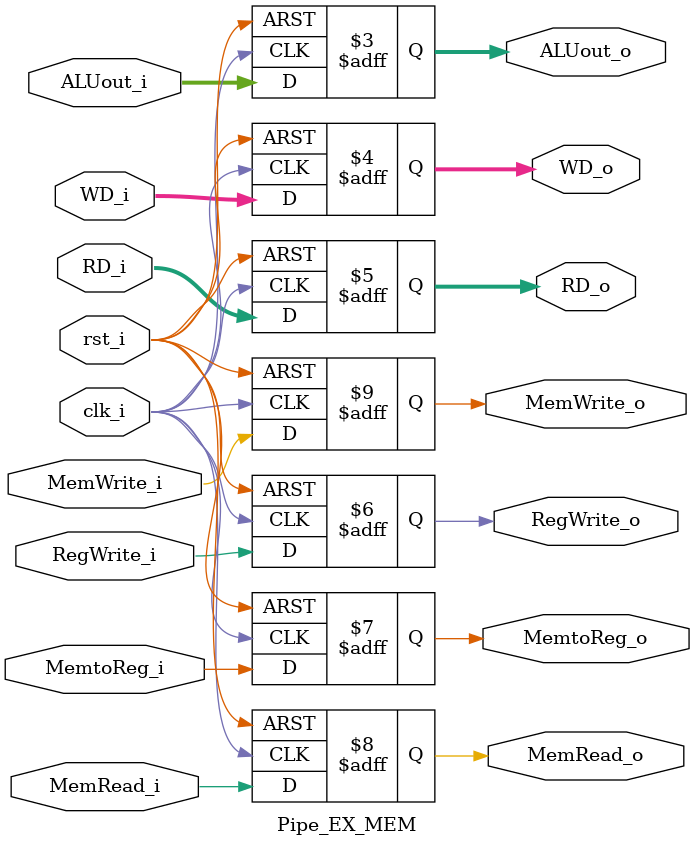
<source format=v>
module Pipe_EX_MEM (
         clk_i,
         rst_i,

         ALUout_i,
         WD_i,
         RD_i,

         ALUout_o,
         WD_o,
         RD_o,

         RegWrite_i,
         MemtoReg_i,
         MemRead_i,
         MemWrite_i,

         RegWrite_o,
         MemtoReg_o,
         MemRead_o,
         MemWrite_o,
       );

input clk_i;
input rst_i;
input [31:0] ALUout_i;
input [31:0] WD_i;
input [4:0] RD_i;

output reg [31:0] ALUout_o;
output reg [31:0] WD_o;
output reg [4:0] RD_o;

// ! Signals
input RegWrite_i, MemtoReg_i, MemRead_i, MemWrite_i;
output reg RegWrite_o, MemtoReg_o, MemRead_o, MemWrite_o;


always@(posedge clk_i or negedge rst_i)
  begin
    if(~rst_i)
      begin
        ALUout_o <= 32'b0;
        WD_o <= 32'b0;
        RD_o <= 4'b0;

        RegWrite_o <= 0;
        MemtoReg_o <= 0;
        MemRead_o <= 0;
        MemWrite_o <= 0;
      end
    else
      begin
        ALUout_o <= ALUout_i;
        WD_o <= WD_i;
        RD_o <= RD_i;

        RegWrite_o <= RegWrite_i;
        MemtoReg_o <= MemtoReg_i;
        MemRead_o <= MemRead_i;
        MemWrite_o <= MemWrite_i;
      end
  end



endmodule
</source>
